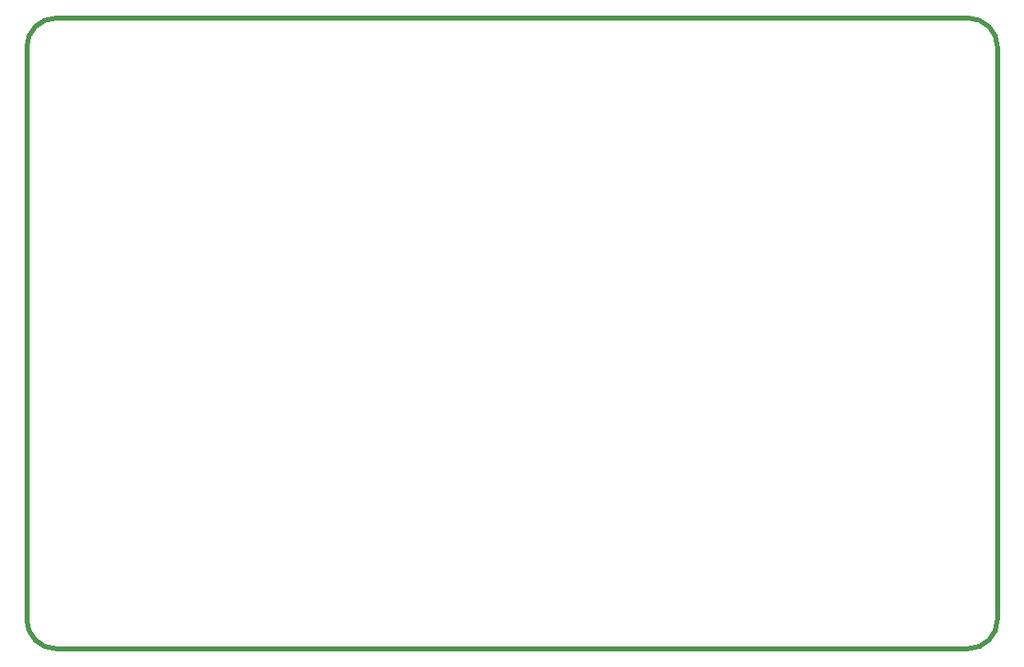
<source format=gm1>
G04 #@! TF.GenerationSoftware,KiCad,Pcbnew,5.1.5+dfsg1-2build2*
G04 #@! TF.CreationDate,2021-10-21T19:10:48-05:00*
G04 #@! TF.ProjectId,2065-Z80-programmer,32303635-2d5a-4383-902d-70726f677261,2.0*
G04 #@! TF.SameCoordinates,Original*
G04 #@! TF.FileFunction,Profile,NP*
%FSLAX46Y46*%
G04 Gerber Fmt 4.6, Leading zero omitted, Abs format (unit mm)*
G04 Created by KiCad (PCBNEW 5.1.5+dfsg1-2build2) date 2021-10-21 19:10:48*
%MOMM*%
%LPD*%
G04 APERTURE LIST*
%ADD10C,0.500000*%
G04 APERTURE END LIST*
D10*
X88000000Y-120000000D02*
G75*
G02X85000000Y-117000000I0J3000000D01*
G01*
X185000000Y-117000000D02*
G75*
G02X182000000Y-120000000I-3000000J0D01*
G01*
X182000000Y-55000000D02*
G75*
G02X185000000Y-58000000I0J-3000000D01*
G01*
X85000000Y-58000000D02*
G75*
G02X88000000Y-55000000I3000000J0D01*
G01*
X85000000Y-117000000D02*
X85000000Y-58000000D01*
X182000000Y-120000000D02*
X88000000Y-120000000D01*
X185000000Y-58000000D02*
X185000000Y-117000000D01*
X88000000Y-55000000D02*
X182000000Y-55000000D01*
M02*

</source>
